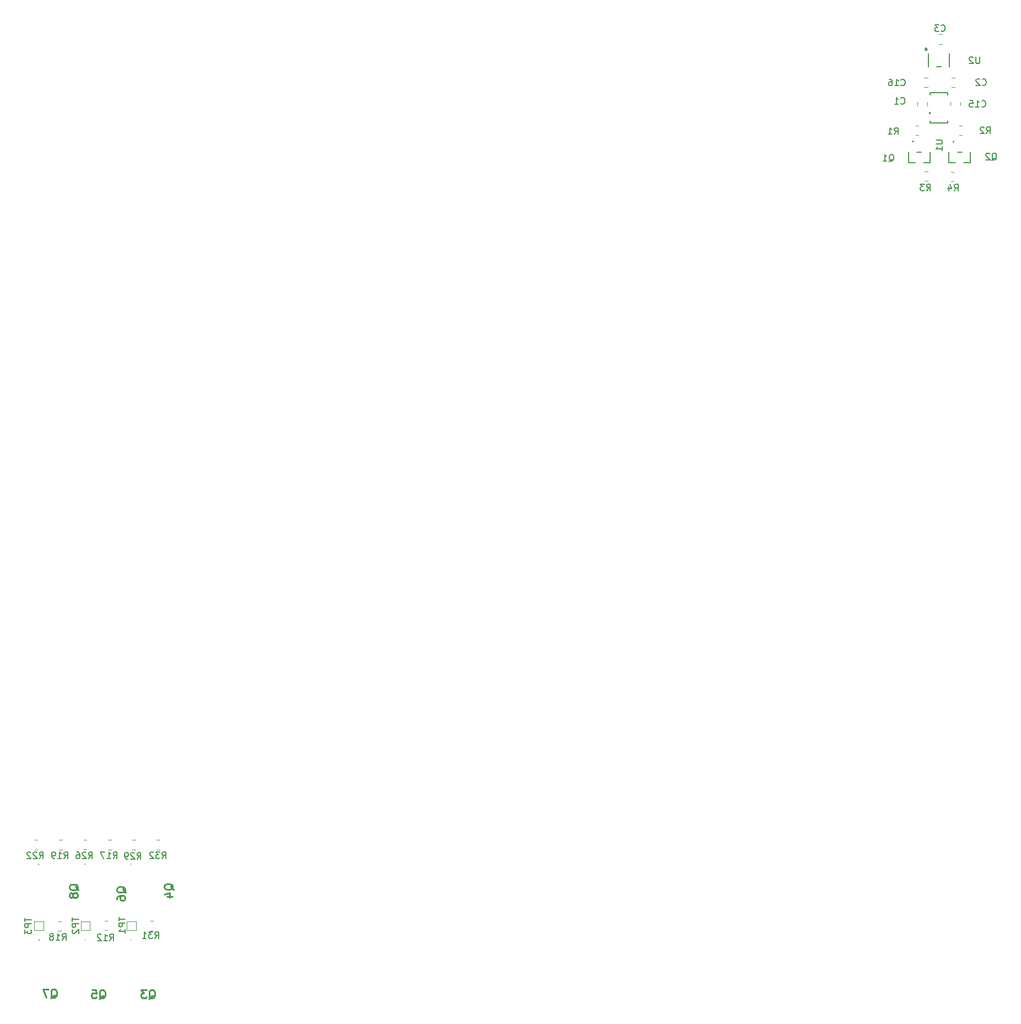
<source format=gbr>
%TF.GenerationSoftware,KiCad,Pcbnew,9.0.6*%
%TF.CreationDate,2025-12-17T16:52:13-05:00*%
%TF.ProjectId,HMS,484d532e-6b69-4636-9164-5f7063625858,rev?*%
%TF.SameCoordinates,Original*%
%TF.FileFunction,Legend,Bot*%
%TF.FilePolarity,Positive*%
%FSLAX46Y46*%
G04 Gerber Fmt 4.6, Leading zero omitted, Abs format (unit mm)*
G04 Created by KiCad (PCBNEW 9.0.6) date 2025-12-17 16:52:13*
%MOMM*%
%LPD*%
G01*
G04 APERTURE LIST*
%ADD10C,0.150000*%
%ADD11C,0.254000*%
%ADD12C,0.127000*%
%ADD13C,0.120000*%
%ADD14C,0.100000*%
%ADD15C,0.152400*%
%ADD16C,0.000000*%
G04 APERTURE END LIST*
D10*
X41992857Y-153904819D02*
X42326190Y-153428628D01*
X42564285Y-153904819D02*
X42564285Y-152904819D01*
X42564285Y-152904819D02*
X42183333Y-152904819D01*
X42183333Y-152904819D02*
X42088095Y-152952438D01*
X42088095Y-152952438D02*
X42040476Y-153000057D01*
X42040476Y-153000057D02*
X41992857Y-153095295D01*
X41992857Y-153095295D02*
X41992857Y-153238152D01*
X41992857Y-153238152D02*
X42040476Y-153333390D01*
X42040476Y-153333390D02*
X42088095Y-153381009D01*
X42088095Y-153381009D02*
X42183333Y-153428628D01*
X42183333Y-153428628D02*
X42564285Y-153428628D01*
X41659523Y-152904819D02*
X41040476Y-152904819D01*
X41040476Y-152904819D02*
X41373809Y-153285771D01*
X41373809Y-153285771D02*
X41230952Y-153285771D01*
X41230952Y-153285771D02*
X41135714Y-153333390D01*
X41135714Y-153333390D02*
X41088095Y-153381009D01*
X41088095Y-153381009D02*
X41040476Y-153476247D01*
X41040476Y-153476247D02*
X41040476Y-153714342D01*
X41040476Y-153714342D02*
X41088095Y-153809580D01*
X41088095Y-153809580D02*
X41135714Y-153857200D01*
X41135714Y-153857200D02*
X41230952Y-153904819D01*
X41230952Y-153904819D02*
X41516666Y-153904819D01*
X41516666Y-153904819D02*
X41611904Y-153857200D01*
X41611904Y-153857200D02*
X41659523Y-153809580D01*
X40659523Y-153000057D02*
X40611904Y-152952438D01*
X40611904Y-152952438D02*
X40516666Y-152904819D01*
X40516666Y-152904819D02*
X40278571Y-152904819D01*
X40278571Y-152904819D02*
X40183333Y-152952438D01*
X40183333Y-152952438D02*
X40135714Y-153000057D01*
X40135714Y-153000057D02*
X40088095Y-153095295D01*
X40088095Y-153095295D02*
X40088095Y-153190533D01*
X40088095Y-153190533D02*
X40135714Y-153333390D01*
X40135714Y-153333390D02*
X40707142Y-153904819D01*
X40707142Y-153904819D02*
X40088095Y-153904819D01*
X23147257Y-153921619D02*
X23480590Y-153445428D01*
X23718685Y-153921619D02*
X23718685Y-152921619D01*
X23718685Y-152921619D02*
X23337733Y-152921619D01*
X23337733Y-152921619D02*
X23242495Y-152969238D01*
X23242495Y-152969238D02*
X23194876Y-153016857D01*
X23194876Y-153016857D02*
X23147257Y-153112095D01*
X23147257Y-153112095D02*
X23147257Y-153254952D01*
X23147257Y-153254952D02*
X23194876Y-153350190D01*
X23194876Y-153350190D02*
X23242495Y-153397809D01*
X23242495Y-153397809D02*
X23337733Y-153445428D01*
X23337733Y-153445428D02*
X23718685Y-153445428D01*
X22766304Y-153016857D02*
X22718685Y-152969238D01*
X22718685Y-152969238D02*
X22623447Y-152921619D01*
X22623447Y-152921619D02*
X22385352Y-152921619D01*
X22385352Y-152921619D02*
X22290114Y-152969238D01*
X22290114Y-152969238D02*
X22242495Y-153016857D01*
X22242495Y-153016857D02*
X22194876Y-153112095D01*
X22194876Y-153112095D02*
X22194876Y-153207333D01*
X22194876Y-153207333D02*
X22242495Y-153350190D01*
X22242495Y-153350190D02*
X22813923Y-153921619D01*
X22813923Y-153921619D02*
X22194876Y-153921619D01*
X21813923Y-153016857D02*
X21766304Y-152969238D01*
X21766304Y-152969238D02*
X21671066Y-152921619D01*
X21671066Y-152921619D02*
X21432971Y-152921619D01*
X21432971Y-152921619D02*
X21337733Y-152969238D01*
X21337733Y-152969238D02*
X21290114Y-153016857D01*
X21290114Y-153016857D02*
X21242495Y-153112095D01*
X21242495Y-153112095D02*
X21242495Y-153207333D01*
X21242495Y-153207333D02*
X21290114Y-153350190D01*
X21290114Y-153350190D02*
X21861542Y-153921619D01*
X21861542Y-153921619D02*
X21242495Y-153921619D01*
D11*
X32320952Y-175445270D02*
X32441904Y-175384794D01*
X32441904Y-175384794D02*
X32562857Y-175263842D01*
X32562857Y-175263842D02*
X32744285Y-175082413D01*
X32744285Y-175082413D02*
X32865238Y-175021937D01*
X32865238Y-175021937D02*
X32986190Y-175021937D01*
X32925714Y-175324318D02*
X33046666Y-175263842D01*
X33046666Y-175263842D02*
X33167619Y-175142889D01*
X33167619Y-175142889D02*
X33228095Y-174900984D01*
X33228095Y-174900984D02*
X33228095Y-174477651D01*
X33228095Y-174477651D02*
X33167619Y-174235746D01*
X33167619Y-174235746D02*
X33046666Y-174114794D01*
X33046666Y-174114794D02*
X32925714Y-174054318D01*
X32925714Y-174054318D02*
X32683809Y-174054318D01*
X32683809Y-174054318D02*
X32562857Y-174114794D01*
X32562857Y-174114794D02*
X32441904Y-174235746D01*
X32441904Y-174235746D02*
X32381428Y-174477651D01*
X32381428Y-174477651D02*
X32381428Y-174900984D01*
X32381428Y-174900984D02*
X32441904Y-175142889D01*
X32441904Y-175142889D02*
X32562857Y-175263842D01*
X32562857Y-175263842D02*
X32683809Y-175324318D01*
X32683809Y-175324318D02*
X32925714Y-175324318D01*
X31232381Y-174054318D02*
X31837143Y-174054318D01*
X31837143Y-174054318D02*
X31897619Y-174659080D01*
X31897619Y-174659080D02*
X31837143Y-174598603D01*
X31837143Y-174598603D02*
X31716190Y-174538127D01*
X31716190Y-174538127D02*
X31413809Y-174538127D01*
X31413809Y-174538127D02*
X31292857Y-174598603D01*
X31292857Y-174598603D02*
X31232381Y-174659080D01*
X31232381Y-174659080D02*
X31171904Y-174780032D01*
X31171904Y-174780032D02*
X31171904Y-175082413D01*
X31171904Y-175082413D02*
X31232381Y-175203365D01*
X31232381Y-175203365D02*
X31292857Y-175263842D01*
X31292857Y-175263842D02*
X31413809Y-175324318D01*
X31413809Y-175324318D02*
X31716190Y-175324318D01*
X31716190Y-175324318D02*
X31837143Y-175263842D01*
X31837143Y-175263842D02*
X31897619Y-175203365D01*
D10*
X20904819Y-163038095D02*
X20904819Y-163609523D01*
X21904819Y-163323809D02*
X20904819Y-163323809D01*
X21904819Y-163942857D02*
X20904819Y-163942857D01*
X20904819Y-163942857D02*
X20904819Y-164323809D01*
X20904819Y-164323809D02*
X20952438Y-164419047D01*
X20952438Y-164419047D02*
X21000057Y-164466666D01*
X21000057Y-164466666D02*
X21095295Y-164514285D01*
X21095295Y-164514285D02*
X21238152Y-164514285D01*
X21238152Y-164514285D02*
X21333390Y-164466666D01*
X21333390Y-164466666D02*
X21381009Y-164419047D01*
X21381009Y-164419047D02*
X21428628Y-164323809D01*
X21428628Y-164323809D02*
X21428628Y-163942857D01*
X20904819Y-164847619D02*
X20904819Y-165466666D01*
X20904819Y-165466666D02*
X21285771Y-165133333D01*
X21285771Y-165133333D02*
X21285771Y-165276190D01*
X21285771Y-165276190D02*
X21333390Y-165371428D01*
X21333390Y-165371428D02*
X21381009Y-165419047D01*
X21381009Y-165419047D02*
X21476247Y-165466666D01*
X21476247Y-165466666D02*
X21714342Y-165466666D01*
X21714342Y-165466666D02*
X21809580Y-165419047D01*
X21809580Y-165419047D02*
X21857200Y-165371428D01*
X21857200Y-165371428D02*
X21904819Y-165276190D01*
X21904819Y-165276190D02*
X21904819Y-164990476D01*
X21904819Y-164990476D02*
X21857200Y-164895238D01*
X21857200Y-164895238D02*
X21809580Y-164847619D01*
X163716666Y-51404819D02*
X164049999Y-50928628D01*
X164288094Y-51404819D02*
X164288094Y-50404819D01*
X164288094Y-50404819D02*
X163907142Y-50404819D01*
X163907142Y-50404819D02*
X163811904Y-50452438D01*
X163811904Y-50452438D02*
X163764285Y-50500057D01*
X163764285Y-50500057D02*
X163716666Y-50595295D01*
X163716666Y-50595295D02*
X163716666Y-50738152D01*
X163716666Y-50738152D02*
X163764285Y-50833390D01*
X163764285Y-50833390D02*
X163811904Y-50881009D01*
X163811904Y-50881009D02*
X163907142Y-50928628D01*
X163907142Y-50928628D02*
X164288094Y-50928628D01*
X162859523Y-50738152D02*
X162859523Y-51404819D01*
X163097618Y-50357200D02*
X163335713Y-51071485D01*
X163335713Y-51071485D02*
X162716666Y-51071485D01*
X168666666Y-42604819D02*
X168999999Y-42128628D01*
X169238094Y-42604819D02*
X169238094Y-41604819D01*
X169238094Y-41604819D02*
X168857142Y-41604819D01*
X168857142Y-41604819D02*
X168761904Y-41652438D01*
X168761904Y-41652438D02*
X168714285Y-41700057D01*
X168714285Y-41700057D02*
X168666666Y-41795295D01*
X168666666Y-41795295D02*
X168666666Y-41938152D01*
X168666666Y-41938152D02*
X168714285Y-42033390D01*
X168714285Y-42033390D02*
X168761904Y-42081009D01*
X168761904Y-42081009D02*
X168857142Y-42128628D01*
X168857142Y-42128628D02*
X169238094Y-42128628D01*
X168285713Y-41700057D02*
X168238094Y-41652438D01*
X168238094Y-41652438D02*
X168142856Y-41604819D01*
X168142856Y-41604819D02*
X167904761Y-41604819D01*
X167904761Y-41604819D02*
X167809523Y-41652438D01*
X167809523Y-41652438D02*
X167761904Y-41700057D01*
X167761904Y-41700057D02*
X167714285Y-41795295D01*
X167714285Y-41795295D02*
X167714285Y-41890533D01*
X167714285Y-41890533D02*
X167761904Y-42033390D01*
X167761904Y-42033390D02*
X168333332Y-42604819D01*
X168333332Y-42604819D02*
X167714285Y-42604819D01*
X167611904Y-30854819D02*
X167611904Y-31664342D01*
X167611904Y-31664342D02*
X167564285Y-31759580D01*
X167564285Y-31759580D02*
X167516666Y-31807200D01*
X167516666Y-31807200D02*
X167421428Y-31854819D01*
X167421428Y-31854819D02*
X167230952Y-31854819D01*
X167230952Y-31854819D02*
X167135714Y-31807200D01*
X167135714Y-31807200D02*
X167088095Y-31759580D01*
X167088095Y-31759580D02*
X167040476Y-31664342D01*
X167040476Y-31664342D02*
X167040476Y-30854819D01*
X166611904Y-30950057D02*
X166564285Y-30902438D01*
X166564285Y-30902438D02*
X166469047Y-30854819D01*
X166469047Y-30854819D02*
X166230952Y-30854819D01*
X166230952Y-30854819D02*
X166135714Y-30902438D01*
X166135714Y-30902438D02*
X166088095Y-30950057D01*
X166088095Y-30950057D02*
X166040476Y-31045295D01*
X166040476Y-31045295D02*
X166040476Y-31140533D01*
X166040476Y-31140533D02*
X166088095Y-31283390D01*
X166088095Y-31283390D02*
X166659523Y-31854819D01*
X166659523Y-31854819D02*
X166040476Y-31854819D01*
X159195419Y-29641800D02*
X159433514Y-29641800D01*
X159338276Y-29403705D02*
X159433514Y-29641800D01*
X159433514Y-29641800D02*
X159338276Y-29879895D01*
X159623990Y-29498943D02*
X159433514Y-29641800D01*
X159433514Y-29641800D02*
X159623990Y-29784657D01*
X40892857Y-166154819D02*
X41226190Y-165678628D01*
X41464285Y-166154819D02*
X41464285Y-165154819D01*
X41464285Y-165154819D02*
X41083333Y-165154819D01*
X41083333Y-165154819D02*
X40988095Y-165202438D01*
X40988095Y-165202438D02*
X40940476Y-165250057D01*
X40940476Y-165250057D02*
X40892857Y-165345295D01*
X40892857Y-165345295D02*
X40892857Y-165488152D01*
X40892857Y-165488152D02*
X40940476Y-165583390D01*
X40940476Y-165583390D02*
X40988095Y-165631009D01*
X40988095Y-165631009D02*
X41083333Y-165678628D01*
X41083333Y-165678628D02*
X41464285Y-165678628D01*
X40559523Y-165154819D02*
X39940476Y-165154819D01*
X39940476Y-165154819D02*
X40273809Y-165535771D01*
X40273809Y-165535771D02*
X40130952Y-165535771D01*
X40130952Y-165535771D02*
X40035714Y-165583390D01*
X40035714Y-165583390D02*
X39988095Y-165631009D01*
X39988095Y-165631009D02*
X39940476Y-165726247D01*
X39940476Y-165726247D02*
X39940476Y-165964342D01*
X39940476Y-165964342D02*
X39988095Y-166059580D01*
X39988095Y-166059580D02*
X40035714Y-166107200D01*
X40035714Y-166107200D02*
X40130952Y-166154819D01*
X40130952Y-166154819D02*
X40416666Y-166154819D01*
X40416666Y-166154819D02*
X40511904Y-166107200D01*
X40511904Y-166107200D02*
X40559523Y-166059580D01*
X38988095Y-166154819D02*
X39559523Y-166154819D01*
X39273809Y-166154819D02*
X39273809Y-165154819D01*
X39273809Y-165154819D02*
X39369047Y-165297676D01*
X39369047Y-165297676D02*
X39464285Y-165392914D01*
X39464285Y-165392914D02*
X39559523Y-165440533D01*
X168016666Y-35109580D02*
X168064285Y-35157200D01*
X168064285Y-35157200D02*
X168207142Y-35204819D01*
X168207142Y-35204819D02*
X168302380Y-35204819D01*
X168302380Y-35204819D02*
X168445237Y-35157200D01*
X168445237Y-35157200D02*
X168540475Y-35061961D01*
X168540475Y-35061961D02*
X168588094Y-34966723D01*
X168588094Y-34966723D02*
X168635713Y-34776247D01*
X168635713Y-34776247D02*
X168635713Y-34633390D01*
X168635713Y-34633390D02*
X168588094Y-34442914D01*
X168588094Y-34442914D02*
X168540475Y-34347676D01*
X168540475Y-34347676D02*
X168445237Y-34252438D01*
X168445237Y-34252438D02*
X168302380Y-34204819D01*
X168302380Y-34204819D02*
X168207142Y-34204819D01*
X168207142Y-34204819D02*
X168064285Y-34252438D01*
X168064285Y-34252438D02*
X168016666Y-34300057D01*
X167635713Y-34300057D02*
X167588094Y-34252438D01*
X167588094Y-34252438D02*
X167492856Y-34204819D01*
X167492856Y-34204819D02*
X167254761Y-34204819D01*
X167254761Y-34204819D02*
X167159523Y-34252438D01*
X167159523Y-34252438D02*
X167111904Y-34300057D01*
X167111904Y-34300057D02*
X167064285Y-34395295D01*
X167064285Y-34395295D02*
X167064285Y-34490533D01*
X167064285Y-34490533D02*
X167111904Y-34633390D01*
X167111904Y-34633390D02*
X167683332Y-35204819D01*
X167683332Y-35204819D02*
X167064285Y-35204819D01*
X38142857Y-154004819D02*
X38476190Y-153528628D01*
X38714285Y-154004819D02*
X38714285Y-153004819D01*
X38714285Y-153004819D02*
X38333333Y-153004819D01*
X38333333Y-153004819D02*
X38238095Y-153052438D01*
X38238095Y-153052438D02*
X38190476Y-153100057D01*
X38190476Y-153100057D02*
X38142857Y-153195295D01*
X38142857Y-153195295D02*
X38142857Y-153338152D01*
X38142857Y-153338152D02*
X38190476Y-153433390D01*
X38190476Y-153433390D02*
X38238095Y-153481009D01*
X38238095Y-153481009D02*
X38333333Y-153528628D01*
X38333333Y-153528628D02*
X38714285Y-153528628D01*
X37761904Y-153100057D02*
X37714285Y-153052438D01*
X37714285Y-153052438D02*
X37619047Y-153004819D01*
X37619047Y-153004819D02*
X37380952Y-153004819D01*
X37380952Y-153004819D02*
X37285714Y-153052438D01*
X37285714Y-153052438D02*
X37238095Y-153100057D01*
X37238095Y-153100057D02*
X37190476Y-153195295D01*
X37190476Y-153195295D02*
X37190476Y-153290533D01*
X37190476Y-153290533D02*
X37238095Y-153433390D01*
X37238095Y-153433390D02*
X37809523Y-154004819D01*
X37809523Y-154004819D02*
X37190476Y-154004819D01*
X36714285Y-154004819D02*
X36523809Y-154004819D01*
X36523809Y-154004819D02*
X36428571Y-153957200D01*
X36428571Y-153957200D02*
X36380952Y-153909580D01*
X36380952Y-153909580D02*
X36285714Y-153766723D01*
X36285714Y-153766723D02*
X36238095Y-153576247D01*
X36238095Y-153576247D02*
X36238095Y-153195295D01*
X36238095Y-153195295D02*
X36285714Y-153100057D01*
X36285714Y-153100057D02*
X36333333Y-153052438D01*
X36333333Y-153052438D02*
X36428571Y-153004819D01*
X36428571Y-153004819D02*
X36619047Y-153004819D01*
X36619047Y-153004819D02*
X36714285Y-153052438D01*
X36714285Y-153052438D02*
X36761904Y-153100057D01*
X36761904Y-153100057D02*
X36809523Y-153195295D01*
X36809523Y-153195295D02*
X36809523Y-153433390D01*
X36809523Y-153433390D02*
X36761904Y-153528628D01*
X36761904Y-153528628D02*
X36714285Y-153576247D01*
X36714285Y-153576247D02*
X36619047Y-153623866D01*
X36619047Y-153623866D02*
X36428571Y-153623866D01*
X36428571Y-153623866D02*
X36333333Y-153576247D01*
X36333333Y-153576247D02*
X36285714Y-153528628D01*
X36285714Y-153528628D02*
X36238095Y-153433390D01*
X28204819Y-162988095D02*
X28204819Y-163559523D01*
X29204819Y-163273809D02*
X28204819Y-163273809D01*
X29204819Y-163892857D02*
X28204819Y-163892857D01*
X28204819Y-163892857D02*
X28204819Y-164273809D01*
X28204819Y-164273809D02*
X28252438Y-164369047D01*
X28252438Y-164369047D02*
X28300057Y-164416666D01*
X28300057Y-164416666D02*
X28395295Y-164464285D01*
X28395295Y-164464285D02*
X28538152Y-164464285D01*
X28538152Y-164464285D02*
X28633390Y-164416666D01*
X28633390Y-164416666D02*
X28681009Y-164369047D01*
X28681009Y-164369047D02*
X28728628Y-164273809D01*
X28728628Y-164273809D02*
X28728628Y-163892857D01*
X28300057Y-164845238D02*
X28252438Y-164892857D01*
X28252438Y-164892857D02*
X28204819Y-164988095D01*
X28204819Y-164988095D02*
X28204819Y-165226190D01*
X28204819Y-165226190D02*
X28252438Y-165321428D01*
X28252438Y-165321428D02*
X28300057Y-165369047D01*
X28300057Y-165369047D02*
X28395295Y-165416666D01*
X28395295Y-165416666D02*
X28490533Y-165416666D01*
X28490533Y-165416666D02*
X28633390Y-165369047D01*
X28633390Y-165369047D02*
X29204819Y-164797619D01*
X29204819Y-164797619D02*
X29204819Y-165416666D01*
X26642857Y-166454819D02*
X26976190Y-165978628D01*
X27214285Y-166454819D02*
X27214285Y-165454819D01*
X27214285Y-165454819D02*
X26833333Y-165454819D01*
X26833333Y-165454819D02*
X26738095Y-165502438D01*
X26738095Y-165502438D02*
X26690476Y-165550057D01*
X26690476Y-165550057D02*
X26642857Y-165645295D01*
X26642857Y-165645295D02*
X26642857Y-165788152D01*
X26642857Y-165788152D02*
X26690476Y-165883390D01*
X26690476Y-165883390D02*
X26738095Y-165931009D01*
X26738095Y-165931009D02*
X26833333Y-165978628D01*
X26833333Y-165978628D02*
X27214285Y-165978628D01*
X25690476Y-166454819D02*
X26261904Y-166454819D01*
X25976190Y-166454819D02*
X25976190Y-165454819D01*
X25976190Y-165454819D02*
X26071428Y-165597676D01*
X26071428Y-165597676D02*
X26166666Y-165692914D01*
X26166666Y-165692914D02*
X26261904Y-165740533D01*
X25119047Y-165883390D02*
X25214285Y-165835771D01*
X25214285Y-165835771D02*
X25261904Y-165788152D01*
X25261904Y-165788152D02*
X25309523Y-165692914D01*
X25309523Y-165692914D02*
X25309523Y-165645295D01*
X25309523Y-165645295D02*
X25261904Y-165550057D01*
X25261904Y-165550057D02*
X25214285Y-165502438D01*
X25214285Y-165502438D02*
X25119047Y-165454819D01*
X25119047Y-165454819D02*
X24928571Y-165454819D01*
X24928571Y-165454819D02*
X24833333Y-165502438D01*
X24833333Y-165502438D02*
X24785714Y-165550057D01*
X24785714Y-165550057D02*
X24738095Y-165645295D01*
X24738095Y-165645295D02*
X24738095Y-165692914D01*
X24738095Y-165692914D02*
X24785714Y-165788152D01*
X24785714Y-165788152D02*
X24833333Y-165835771D01*
X24833333Y-165835771D02*
X24928571Y-165883390D01*
X24928571Y-165883390D02*
X25119047Y-165883390D01*
X25119047Y-165883390D02*
X25214285Y-165931009D01*
X25214285Y-165931009D02*
X25261904Y-165978628D01*
X25261904Y-165978628D02*
X25309523Y-166073866D01*
X25309523Y-166073866D02*
X25309523Y-166264342D01*
X25309523Y-166264342D02*
X25261904Y-166359580D01*
X25261904Y-166359580D02*
X25214285Y-166407200D01*
X25214285Y-166407200D02*
X25119047Y-166454819D01*
X25119047Y-166454819D02*
X24928571Y-166454819D01*
X24928571Y-166454819D02*
X24833333Y-166407200D01*
X24833333Y-166407200D02*
X24785714Y-166359580D01*
X24785714Y-166359580D02*
X24738095Y-166264342D01*
X24738095Y-166264342D02*
X24738095Y-166073866D01*
X24738095Y-166073866D02*
X24785714Y-165978628D01*
X24785714Y-165978628D02*
X24833333Y-165931009D01*
X24833333Y-165931009D02*
X24928571Y-165883390D01*
X154516666Y-42704819D02*
X154849999Y-42228628D01*
X155088094Y-42704819D02*
X155088094Y-41704819D01*
X155088094Y-41704819D02*
X154707142Y-41704819D01*
X154707142Y-41704819D02*
X154611904Y-41752438D01*
X154611904Y-41752438D02*
X154564285Y-41800057D01*
X154564285Y-41800057D02*
X154516666Y-41895295D01*
X154516666Y-41895295D02*
X154516666Y-42038152D01*
X154516666Y-42038152D02*
X154564285Y-42133390D01*
X154564285Y-42133390D02*
X154611904Y-42181009D01*
X154611904Y-42181009D02*
X154707142Y-42228628D01*
X154707142Y-42228628D02*
X155088094Y-42228628D01*
X153564285Y-42704819D02*
X154135713Y-42704819D01*
X153849999Y-42704819D02*
X153849999Y-41704819D01*
X153849999Y-41704819D02*
X153945237Y-41847676D01*
X153945237Y-41847676D02*
X154040475Y-41942914D01*
X154040475Y-41942914D02*
X154135713Y-41990533D01*
X30692857Y-153904819D02*
X31026190Y-153428628D01*
X31264285Y-153904819D02*
X31264285Y-152904819D01*
X31264285Y-152904819D02*
X30883333Y-152904819D01*
X30883333Y-152904819D02*
X30788095Y-152952438D01*
X30788095Y-152952438D02*
X30740476Y-153000057D01*
X30740476Y-153000057D02*
X30692857Y-153095295D01*
X30692857Y-153095295D02*
X30692857Y-153238152D01*
X30692857Y-153238152D02*
X30740476Y-153333390D01*
X30740476Y-153333390D02*
X30788095Y-153381009D01*
X30788095Y-153381009D02*
X30883333Y-153428628D01*
X30883333Y-153428628D02*
X31264285Y-153428628D01*
X30311904Y-153000057D02*
X30264285Y-152952438D01*
X30264285Y-152952438D02*
X30169047Y-152904819D01*
X30169047Y-152904819D02*
X29930952Y-152904819D01*
X29930952Y-152904819D02*
X29835714Y-152952438D01*
X29835714Y-152952438D02*
X29788095Y-153000057D01*
X29788095Y-153000057D02*
X29740476Y-153095295D01*
X29740476Y-153095295D02*
X29740476Y-153190533D01*
X29740476Y-153190533D02*
X29788095Y-153333390D01*
X29788095Y-153333390D02*
X30359523Y-153904819D01*
X30359523Y-153904819D02*
X29740476Y-153904819D01*
X28883333Y-152904819D02*
X29073809Y-152904819D01*
X29073809Y-152904819D02*
X29169047Y-152952438D01*
X29169047Y-152952438D02*
X29216666Y-153000057D01*
X29216666Y-153000057D02*
X29311904Y-153142914D01*
X29311904Y-153142914D02*
X29359523Y-153333390D01*
X29359523Y-153333390D02*
X29359523Y-153714342D01*
X29359523Y-153714342D02*
X29311904Y-153809580D01*
X29311904Y-153809580D02*
X29264285Y-153857200D01*
X29264285Y-153857200D02*
X29169047Y-153904819D01*
X29169047Y-153904819D02*
X28978571Y-153904819D01*
X28978571Y-153904819D02*
X28883333Y-153857200D01*
X28883333Y-153857200D02*
X28835714Y-153809580D01*
X28835714Y-153809580D02*
X28788095Y-153714342D01*
X28788095Y-153714342D02*
X28788095Y-153476247D01*
X28788095Y-153476247D02*
X28835714Y-153381009D01*
X28835714Y-153381009D02*
X28883333Y-153333390D01*
X28883333Y-153333390D02*
X28978571Y-153285771D01*
X28978571Y-153285771D02*
X29169047Y-153285771D01*
X29169047Y-153285771D02*
X29264285Y-153333390D01*
X29264285Y-153333390D02*
X29311904Y-153381009D01*
X29311904Y-153381009D02*
X29359523Y-153476247D01*
D11*
X36437470Y-159179047D02*
X36376994Y-159058095D01*
X36376994Y-159058095D02*
X36256042Y-158937142D01*
X36256042Y-158937142D02*
X36074613Y-158755714D01*
X36074613Y-158755714D02*
X36014137Y-158634761D01*
X36014137Y-158634761D02*
X36014137Y-158513809D01*
X36316518Y-158574285D02*
X36256042Y-158453333D01*
X36256042Y-158453333D02*
X36135089Y-158332380D01*
X36135089Y-158332380D02*
X35893184Y-158271904D01*
X35893184Y-158271904D02*
X35469851Y-158271904D01*
X35469851Y-158271904D02*
X35227946Y-158332380D01*
X35227946Y-158332380D02*
X35106994Y-158453333D01*
X35106994Y-158453333D02*
X35046518Y-158574285D01*
X35046518Y-158574285D02*
X35046518Y-158816190D01*
X35046518Y-158816190D02*
X35106994Y-158937142D01*
X35106994Y-158937142D02*
X35227946Y-159058095D01*
X35227946Y-159058095D02*
X35469851Y-159118571D01*
X35469851Y-159118571D02*
X35893184Y-159118571D01*
X35893184Y-159118571D02*
X36135089Y-159058095D01*
X36135089Y-159058095D02*
X36256042Y-158937142D01*
X36256042Y-158937142D02*
X36316518Y-158816190D01*
X36316518Y-158816190D02*
X36316518Y-158574285D01*
X35046518Y-160207142D02*
X35046518Y-159965237D01*
X35046518Y-159965237D02*
X35106994Y-159844285D01*
X35106994Y-159844285D02*
X35167470Y-159783809D01*
X35167470Y-159783809D02*
X35348899Y-159662856D01*
X35348899Y-159662856D02*
X35590803Y-159602380D01*
X35590803Y-159602380D02*
X36074613Y-159602380D01*
X36074613Y-159602380D02*
X36195565Y-159662856D01*
X36195565Y-159662856D02*
X36256042Y-159723333D01*
X36256042Y-159723333D02*
X36316518Y-159844285D01*
X36316518Y-159844285D02*
X36316518Y-160086190D01*
X36316518Y-160086190D02*
X36256042Y-160207142D01*
X36256042Y-160207142D02*
X36195565Y-160267618D01*
X36195565Y-160267618D02*
X36074613Y-160328095D01*
X36074613Y-160328095D02*
X35772232Y-160328095D01*
X35772232Y-160328095D02*
X35651280Y-160267618D01*
X35651280Y-160267618D02*
X35590803Y-160207142D01*
X35590803Y-160207142D02*
X35530327Y-160086190D01*
X35530327Y-160086190D02*
X35530327Y-159844285D01*
X35530327Y-159844285D02*
X35590803Y-159723333D01*
X35590803Y-159723333D02*
X35651280Y-159662856D01*
X35651280Y-159662856D02*
X35772232Y-159602380D01*
D10*
X26942857Y-153904819D02*
X27276190Y-153428628D01*
X27514285Y-153904819D02*
X27514285Y-152904819D01*
X27514285Y-152904819D02*
X27133333Y-152904819D01*
X27133333Y-152904819D02*
X27038095Y-152952438D01*
X27038095Y-152952438D02*
X26990476Y-153000057D01*
X26990476Y-153000057D02*
X26942857Y-153095295D01*
X26942857Y-153095295D02*
X26942857Y-153238152D01*
X26942857Y-153238152D02*
X26990476Y-153333390D01*
X26990476Y-153333390D02*
X27038095Y-153381009D01*
X27038095Y-153381009D02*
X27133333Y-153428628D01*
X27133333Y-153428628D02*
X27514285Y-153428628D01*
X25990476Y-153904819D02*
X26561904Y-153904819D01*
X26276190Y-153904819D02*
X26276190Y-152904819D01*
X26276190Y-152904819D02*
X26371428Y-153047676D01*
X26371428Y-153047676D02*
X26466666Y-153142914D01*
X26466666Y-153142914D02*
X26561904Y-153190533D01*
X25514285Y-153904819D02*
X25323809Y-153904819D01*
X25323809Y-153904819D02*
X25228571Y-153857200D01*
X25228571Y-153857200D02*
X25180952Y-153809580D01*
X25180952Y-153809580D02*
X25085714Y-153666723D01*
X25085714Y-153666723D02*
X25038095Y-153476247D01*
X25038095Y-153476247D02*
X25038095Y-153095295D01*
X25038095Y-153095295D02*
X25085714Y-153000057D01*
X25085714Y-153000057D02*
X25133333Y-152952438D01*
X25133333Y-152952438D02*
X25228571Y-152904819D01*
X25228571Y-152904819D02*
X25419047Y-152904819D01*
X25419047Y-152904819D02*
X25514285Y-152952438D01*
X25514285Y-152952438D02*
X25561904Y-153000057D01*
X25561904Y-153000057D02*
X25609523Y-153095295D01*
X25609523Y-153095295D02*
X25609523Y-153333390D01*
X25609523Y-153333390D02*
X25561904Y-153428628D01*
X25561904Y-153428628D02*
X25514285Y-153476247D01*
X25514285Y-153476247D02*
X25419047Y-153523866D01*
X25419047Y-153523866D02*
X25228571Y-153523866D01*
X25228571Y-153523866D02*
X25133333Y-153476247D01*
X25133333Y-153476247D02*
X25085714Y-153428628D01*
X25085714Y-153428628D02*
X25038095Y-153333390D01*
X155542857Y-35159580D02*
X155590476Y-35207200D01*
X155590476Y-35207200D02*
X155733333Y-35254819D01*
X155733333Y-35254819D02*
X155828571Y-35254819D01*
X155828571Y-35254819D02*
X155971428Y-35207200D01*
X155971428Y-35207200D02*
X156066666Y-35111961D01*
X156066666Y-35111961D02*
X156114285Y-35016723D01*
X156114285Y-35016723D02*
X156161904Y-34826247D01*
X156161904Y-34826247D02*
X156161904Y-34683390D01*
X156161904Y-34683390D02*
X156114285Y-34492914D01*
X156114285Y-34492914D02*
X156066666Y-34397676D01*
X156066666Y-34397676D02*
X155971428Y-34302438D01*
X155971428Y-34302438D02*
X155828571Y-34254819D01*
X155828571Y-34254819D02*
X155733333Y-34254819D01*
X155733333Y-34254819D02*
X155590476Y-34302438D01*
X155590476Y-34302438D02*
X155542857Y-34350057D01*
X154590476Y-35254819D02*
X155161904Y-35254819D01*
X154876190Y-35254819D02*
X154876190Y-34254819D01*
X154876190Y-34254819D02*
X154971428Y-34397676D01*
X154971428Y-34397676D02*
X155066666Y-34492914D01*
X155066666Y-34492914D02*
X155161904Y-34540533D01*
X153733333Y-34254819D02*
X153923809Y-34254819D01*
X153923809Y-34254819D02*
X154019047Y-34302438D01*
X154019047Y-34302438D02*
X154066666Y-34350057D01*
X154066666Y-34350057D02*
X154161904Y-34492914D01*
X154161904Y-34492914D02*
X154209523Y-34683390D01*
X154209523Y-34683390D02*
X154209523Y-35064342D01*
X154209523Y-35064342D02*
X154161904Y-35159580D01*
X154161904Y-35159580D02*
X154114285Y-35207200D01*
X154114285Y-35207200D02*
X154019047Y-35254819D01*
X154019047Y-35254819D02*
X153828571Y-35254819D01*
X153828571Y-35254819D02*
X153733333Y-35207200D01*
X153733333Y-35207200D02*
X153685714Y-35159580D01*
X153685714Y-35159580D02*
X153638095Y-35064342D01*
X153638095Y-35064342D02*
X153638095Y-34826247D01*
X153638095Y-34826247D02*
X153685714Y-34731009D01*
X153685714Y-34731009D02*
X153733333Y-34683390D01*
X153733333Y-34683390D02*
X153828571Y-34635771D01*
X153828571Y-34635771D02*
X154019047Y-34635771D01*
X154019047Y-34635771D02*
X154114285Y-34683390D01*
X154114285Y-34683390D02*
X154161904Y-34731009D01*
X154161904Y-34731009D02*
X154209523Y-34826247D01*
X33942857Y-166504819D02*
X34276190Y-166028628D01*
X34514285Y-166504819D02*
X34514285Y-165504819D01*
X34514285Y-165504819D02*
X34133333Y-165504819D01*
X34133333Y-165504819D02*
X34038095Y-165552438D01*
X34038095Y-165552438D02*
X33990476Y-165600057D01*
X33990476Y-165600057D02*
X33942857Y-165695295D01*
X33942857Y-165695295D02*
X33942857Y-165838152D01*
X33942857Y-165838152D02*
X33990476Y-165933390D01*
X33990476Y-165933390D02*
X34038095Y-165981009D01*
X34038095Y-165981009D02*
X34133333Y-166028628D01*
X34133333Y-166028628D02*
X34514285Y-166028628D01*
X32990476Y-166504819D02*
X33561904Y-166504819D01*
X33276190Y-166504819D02*
X33276190Y-165504819D01*
X33276190Y-165504819D02*
X33371428Y-165647676D01*
X33371428Y-165647676D02*
X33466666Y-165742914D01*
X33466666Y-165742914D02*
X33561904Y-165790533D01*
X32609523Y-165600057D02*
X32561904Y-165552438D01*
X32561904Y-165552438D02*
X32466666Y-165504819D01*
X32466666Y-165504819D02*
X32228571Y-165504819D01*
X32228571Y-165504819D02*
X32133333Y-165552438D01*
X32133333Y-165552438D02*
X32085714Y-165600057D01*
X32085714Y-165600057D02*
X32038095Y-165695295D01*
X32038095Y-165695295D02*
X32038095Y-165790533D01*
X32038095Y-165790533D02*
X32085714Y-165933390D01*
X32085714Y-165933390D02*
X32657142Y-166504819D01*
X32657142Y-166504819D02*
X32038095Y-166504819D01*
D11*
X29145270Y-158779047D02*
X29084794Y-158658095D01*
X29084794Y-158658095D02*
X28963842Y-158537142D01*
X28963842Y-158537142D02*
X28782413Y-158355714D01*
X28782413Y-158355714D02*
X28721937Y-158234761D01*
X28721937Y-158234761D02*
X28721937Y-158113809D01*
X29024318Y-158174285D02*
X28963842Y-158053333D01*
X28963842Y-158053333D02*
X28842889Y-157932380D01*
X28842889Y-157932380D02*
X28600984Y-157871904D01*
X28600984Y-157871904D02*
X28177651Y-157871904D01*
X28177651Y-157871904D02*
X27935746Y-157932380D01*
X27935746Y-157932380D02*
X27814794Y-158053333D01*
X27814794Y-158053333D02*
X27754318Y-158174285D01*
X27754318Y-158174285D02*
X27754318Y-158416190D01*
X27754318Y-158416190D02*
X27814794Y-158537142D01*
X27814794Y-158537142D02*
X27935746Y-158658095D01*
X27935746Y-158658095D02*
X28177651Y-158718571D01*
X28177651Y-158718571D02*
X28600984Y-158718571D01*
X28600984Y-158718571D02*
X28842889Y-158658095D01*
X28842889Y-158658095D02*
X28963842Y-158537142D01*
X28963842Y-158537142D02*
X29024318Y-158416190D01*
X29024318Y-158416190D02*
X29024318Y-158174285D01*
X28298603Y-159444285D02*
X28238127Y-159323333D01*
X28238127Y-159323333D02*
X28177651Y-159262856D01*
X28177651Y-159262856D02*
X28056699Y-159202380D01*
X28056699Y-159202380D02*
X27996222Y-159202380D01*
X27996222Y-159202380D02*
X27875270Y-159262856D01*
X27875270Y-159262856D02*
X27814794Y-159323333D01*
X27814794Y-159323333D02*
X27754318Y-159444285D01*
X27754318Y-159444285D02*
X27754318Y-159686190D01*
X27754318Y-159686190D02*
X27814794Y-159807142D01*
X27814794Y-159807142D02*
X27875270Y-159867618D01*
X27875270Y-159867618D02*
X27996222Y-159928095D01*
X27996222Y-159928095D02*
X28056699Y-159928095D01*
X28056699Y-159928095D02*
X28177651Y-159867618D01*
X28177651Y-159867618D02*
X28238127Y-159807142D01*
X28238127Y-159807142D02*
X28298603Y-159686190D01*
X28298603Y-159686190D02*
X28298603Y-159444285D01*
X28298603Y-159444285D02*
X28359080Y-159323333D01*
X28359080Y-159323333D02*
X28419556Y-159262856D01*
X28419556Y-159262856D02*
X28540508Y-159202380D01*
X28540508Y-159202380D02*
X28782413Y-159202380D01*
X28782413Y-159202380D02*
X28903365Y-159262856D01*
X28903365Y-159262856D02*
X28963842Y-159323333D01*
X28963842Y-159323333D02*
X29024318Y-159444285D01*
X29024318Y-159444285D02*
X29024318Y-159686190D01*
X29024318Y-159686190D02*
X28963842Y-159807142D01*
X28963842Y-159807142D02*
X28903365Y-159867618D01*
X28903365Y-159867618D02*
X28782413Y-159928095D01*
X28782413Y-159928095D02*
X28540508Y-159928095D01*
X28540508Y-159928095D02*
X28419556Y-159867618D01*
X28419556Y-159867618D02*
X28359080Y-159807142D01*
X28359080Y-159807142D02*
X28298603Y-159686190D01*
D10*
X159466666Y-51354819D02*
X159799999Y-50878628D01*
X160038094Y-51354819D02*
X160038094Y-50354819D01*
X160038094Y-50354819D02*
X159657142Y-50354819D01*
X159657142Y-50354819D02*
X159561904Y-50402438D01*
X159561904Y-50402438D02*
X159514285Y-50450057D01*
X159514285Y-50450057D02*
X159466666Y-50545295D01*
X159466666Y-50545295D02*
X159466666Y-50688152D01*
X159466666Y-50688152D02*
X159514285Y-50783390D01*
X159514285Y-50783390D02*
X159561904Y-50831009D01*
X159561904Y-50831009D02*
X159657142Y-50878628D01*
X159657142Y-50878628D02*
X160038094Y-50878628D01*
X159133332Y-50354819D02*
X158514285Y-50354819D01*
X158514285Y-50354819D02*
X158847618Y-50735771D01*
X158847618Y-50735771D02*
X158704761Y-50735771D01*
X158704761Y-50735771D02*
X158609523Y-50783390D01*
X158609523Y-50783390D02*
X158561904Y-50831009D01*
X158561904Y-50831009D02*
X158514285Y-50926247D01*
X158514285Y-50926247D02*
X158514285Y-51164342D01*
X158514285Y-51164342D02*
X158561904Y-51259580D01*
X158561904Y-51259580D02*
X158609523Y-51307200D01*
X158609523Y-51307200D02*
X158704761Y-51354819D01*
X158704761Y-51354819D02*
X158990475Y-51354819D01*
X158990475Y-51354819D02*
X159085713Y-51307200D01*
X159085713Y-51307200D02*
X159133332Y-51259580D01*
D11*
X39948152Y-175447270D02*
X40069104Y-175386794D01*
X40069104Y-175386794D02*
X40190057Y-175265842D01*
X40190057Y-175265842D02*
X40371485Y-175084413D01*
X40371485Y-175084413D02*
X40492438Y-175023937D01*
X40492438Y-175023937D02*
X40613390Y-175023937D01*
X40552914Y-175326318D02*
X40673866Y-175265842D01*
X40673866Y-175265842D02*
X40794819Y-175144889D01*
X40794819Y-175144889D02*
X40855295Y-174902984D01*
X40855295Y-174902984D02*
X40855295Y-174479651D01*
X40855295Y-174479651D02*
X40794819Y-174237746D01*
X40794819Y-174237746D02*
X40673866Y-174116794D01*
X40673866Y-174116794D02*
X40552914Y-174056318D01*
X40552914Y-174056318D02*
X40311009Y-174056318D01*
X40311009Y-174056318D02*
X40190057Y-174116794D01*
X40190057Y-174116794D02*
X40069104Y-174237746D01*
X40069104Y-174237746D02*
X40008628Y-174479651D01*
X40008628Y-174479651D02*
X40008628Y-174902984D01*
X40008628Y-174902984D02*
X40069104Y-175144889D01*
X40069104Y-175144889D02*
X40190057Y-175265842D01*
X40190057Y-175265842D02*
X40311009Y-175326318D01*
X40311009Y-175326318D02*
X40552914Y-175326318D01*
X39585295Y-174056318D02*
X38799104Y-174056318D01*
X38799104Y-174056318D02*
X39222438Y-174540127D01*
X39222438Y-174540127D02*
X39041009Y-174540127D01*
X39041009Y-174540127D02*
X38920057Y-174600603D01*
X38920057Y-174600603D02*
X38859581Y-174661080D01*
X38859581Y-174661080D02*
X38799104Y-174782032D01*
X38799104Y-174782032D02*
X38799104Y-175084413D01*
X38799104Y-175084413D02*
X38859581Y-175205365D01*
X38859581Y-175205365D02*
X38920057Y-175265842D01*
X38920057Y-175265842D02*
X39041009Y-175326318D01*
X39041009Y-175326318D02*
X39403866Y-175326318D01*
X39403866Y-175326318D02*
X39524819Y-175265842D01*
X39524819Y-175265842D02*
X39585295Y-175205365D01*
D10*
X153695238Y-46900057D02*
X153790476Y-46852438D01*
X153790476Y-46852438D02*
X153885714Y-46757200D01*
X153885714Y-46757200D02*
X154028571Y-46614342D01*
X154028571Y-46614342D02*
X154123809Y-46566723D01*
X154123809Y-46566723D02*
X154219047Y-46566723D01*
X154171428Y-46804819D02*
X154266666Y-46757200D01*
X154266666Y-46757200D02*
X154361904Y-46661961D01*
X154361904Y-46661961D02*
X154409523Y-46471485D01*
X154409523Y-46471485D02*
X154409523Y-46138152D01*
X154409523Y-46138152D02*
X154361904Y-45947676D01*
X154361904Y-45947676D02*
X154266666Y-45852438D01*
X154266666Y-45852438D02*
X154171428Y-45804819D01*
X154171428Y-45804819D02*
X153980952Y-45804819D01*
X153980952Y-45804819D02*
X153885714Y-45852438D01*
X153885714Y-45852438D02*
X153790476Y-45947676D01*
X153790476Y-45947676D02*
X153742857Y-46138152D01*
X153742857Y-46138152D02*
X153742857Y-46471485D01*
X153742857Y-46471485D02*
X153790476Y-46661961D01*
X153790476Y-46661961D02*
X153885714Y-46757200D01*
X153885714Y-46757200D02*
X153980952Y-46804819D01*
X153980952Y-46804819D02*
X154171428Y-46804819D01*
X152790476Y-46804819D02*
X153361904Y-46804819D01*
X153076190Y-46804819D02*
X153076190Y-45804819D01*
X153076190Y-45804819D02*
X153171428Y-45947676D01*
X153171428Y-45947676D02*
X153266666Y-46042914D01*
X153266666Y-46042914D02*
X153361904Y-46090533D01*
X160904819Y-43638095D02*
X161714342Y-43638095D01*
X161714342Y-43638095D02*
X161809580Y-43685714D01*
X161809580Y-43685714D02*
X161857200Y-43733333D01*
X161857200Y-43733333D02*
X161904819Y-43828571D01*
X161904819Y-43828571D02*
X161904819Y-44019047D01*
X161904819Y-44019047D02*
X161857200Y-44114285D01*
X161857200Y-44114285D02*
X161809580Y-44161904D01*
X161809580Y-44161904D02*
X161714342Y-44209523D01*
X161714342Y-44209523D02*
X160904819Y-44209523D01*
X161904819Y-45209523D02*
X161904819Y-44638095D01*
X161904819Y-44923809D02*
X160904819Y-44923809D01*
X160904819Y-44923809D02*
X161047676Y-44828571D01*
X161047676Y-44828571D02*
X161142914Y-44733333D01*
X161142914Y-44733333D02*
X161190533Y-44638095D01*
X155516666Y-37959580D02*
X155564285Y-38007200D01*
X155564285Y-38007200D02*
X155707142Y-38054819D01*
X155707142Y-38054819D02*
X155802380Y-38054819D01*
X155802380Y-38054819D02*
X155945237Y-38007200D01*
X155945237Y-38007200D02*
X156040475Y-37911961D01*
X156040475Y-37911961D02*
X156088094Y-37816723D01*
X156088094Y-37816723D02*
X156135713Y-37626247D01*
X156135713Y-37626247D02*
X156135713Y-37483390D01*
X156135713Y-37483390D02*
X156088094Y-37292914D01*
X156088094Y-37292914D02*
X156040475Y-37197676D01*
X156040475Y-37197676D02*
X155945237Y-37102438D01*
X155945237Y-37102438D02*
X155802380Y-37054819D01*
X155802380Y-37054819D02*
X155707142Y-37054819D01*
X155707142Y-37054819D02*
X155564285Y-37102438D01*
X155564285Y-37102438D02*
X155516666Y-37150057D01*
X154564285Y-38054819D02*
X155135713Y-38054819D01*
X154849999Y-38054819D02*
X154849999Y-37054819D01*
X154849999Y-37054819D02*
X154945237Y-37197676D01*
X154945237Y-37197676D02*
X155040475Y-37292914D01*
X155040475Y-37292914D02*
X155135713Y-37340533D01*
X167942857Y-38409580D02*
X167990476Y-38457200D01*
X167990476Y-38457200D02*
X168133333Y-38504819D01*
X168133333Y-38504819D02*
X168228571Y-38504819D01*
X168228571Y-38504819D02*
X168371428Y-38457200D01*
X168371428Y-38457200D02*
X168466666Y-38361961D01*
X168466666Y-38361961D02*
X168514285Y-38266723D01*
X168514285Y-38266723D02*
X168561904Y-38076247D01*
X168561904Y-38076247D02*
X168561904Y-37933390D01*
X168561904Y-37933390D02*
X168514285Y-37742914D01*
X168514285Y-37742914D02*
X168466666Y-37647676D01*
X168466666Y-37647676D02*
X168371428Y-37552438D01*
X168371428Y-37552438D02*
X168228571Y-37504819D01*
X168228571Y-37504819D02*
X168133333Y-37504819D01*
X168133333Y-37504819D02*
X167990476Y-37552438D01*
X167990476Y-37552438D02*
X167942857Y-37600057D01*
X166990476Y-38504819D02*
X167561904Y-38504819D01*
X167276190Y-38504819D02*
X167276190Y-37504819D01*
X167276190Y-37504819D02*
X167371428Y-37647676D01*
X167371428Y-37647676D02*
X167466666Y-37742914D01*
X167466666Y-37742914D02*
X167561904Y-37790533D01*
X166085714Y-37504819D02*
X166561904Y-37504819D01*
X166561904Y-37504819D02*
X166609523Y-37981009D01*
X166609523Y-37981009D02*
X166561904Y-37933390D01*
X166561904Y-37933390D02*
X166466666Y-37885771D01*
X166466666Y-37885771D02*
X166228571Y-37885771D01*
X166228571Y-37885771D02*
X166133333Y-37933390D01*
X166133333Y-37933390D02*
X166085714Y-37981009D01*
X166085714Y-37981009D02*
X166038095Y-38076247D01*
X166038095Y-38076247D02*
X166038095Y-38314342D01*
X166038095Y-38314342D02*
X166085714Y-38409580D01*
X166085714Y-38409580D02*
X166133333Y-38457200D01*
X166133333Y-38457200D02*
X166228571Y-38504819D01*
X166228571Y-38504819D02*
X166466666Y-38504819D01*
X166466666Y-38504819D02*
X166561904Y-38457200D01*
X166561904Y-38457200D02*
X166609523Y-38409580D01*
D11*
X24870952Y-175345270D02*
X24991904Y-175284794D01*
X24991904Y-175284794D02*
X25112857Y-175163842D01*
X25112857Y-175163842D02*
X25294285Y-174982413D01*
X25294285Y-174982413D02*
X25415238Y-174921937D01*
X25415238Y-174921937D02*
X25536190Y-174921937D01*
X25475714Y-175224318D02*
X25596666Y-175163842D01*
X25596666Y-175163842D02*
X25717619Y-175042889D01*
X25717619Y-175042889D02*
X25778095Y-174800984D01*
X25778095Y-174800984D02*
X25778095Y-174377651D01*
X25778095Y-174377651D02*
X25717619Y-174135746D01*
X25717619Y-174135746D02*
X25596666Y-174014794D01*
X25596666Y-174014794D02*
X25475714Y-173954318D01*
X25475714Y-173954318D02*
X25233809Y-173954318D01*
X25233809Y-173954318D02*
X25112857Y-174014794D01*
X25112857Y-174014794D02*
X24991904Y-174135746D01*
X24991904Y-174135746D02*
X24931428Y-174377651D01*
X24931428Y-174377651D02*
X24931428Y-174800984D01*
X24931428Y-174800984D02*
X24991904Y-175042889D01*
X24991904Y-175042889D02*
X25112857Y-175163842D01*
X25112857Y-175163842D02*
X25233809Y-175224318D01*
X25233809Y-175224318D02*
X25475714Y-175224318D01*
X24508095Y-173954318D02*
X23661428Y-173954318D01*
X23661428Y-173954318D02*
X24205714Y-175224318D01*
D10*
X169495238Y-46700057D02*
X169590476Y-46652438D01*
X169590476Y-46652438D02*
X169685714Y-46557200D01*
X169685714Y-46557200D02*
X169828571Y-46414342D01*
X169828571Y-46414342D02*
X169923809Y-46366723D01*
X169923809Y-46366723D02*
X170019047Y-46366723D01*
X169971428Y-46604819D02*
X170066666Y-46557200D01*
X170066666Y-46557200D02*
X170161904Y-46461961D01*
X170161904Y-46461961D02*
X170209523Y-46271485D01*
X170209523Y-46271485D02*
X170209523Y-45938152D01*
X170209523Y-45938152D02*
X170161904Y-45747676D01*
X170161904Y-45747676D02*
X170066666Y-45652438D01*
X170066666Y-45652438D02*
X169971428Y-45604819D01*
X169971428Y-45604819D02*
X169780952Y-45604819D01*
X169780952Y-45604819D02*
X169685714Y-45652438D01*
X169685714Y-45652438D02*
X169590476Y-45747676D01*
X169590476Y-45747676D02*
X169542857Y-45938152D01*
X169542857Y-45938152D02*
X169542857Y-46271485D01*
X169542857Y-46271485D02*
X169590476Y-46461961D01*
X169590476Y-46461961D02*
X169685714Y-46557200D01*
X169685714Y-46557200D02*
X169780952Y-46604819D01*
X169780952Y-46604819D02*
X169971428Y-46604819D01*
X169161904Y-45700057D02*
X169114285Y-45652438D01*
X169114285Y-45652438D02*
X169019047Y-45604819D01*
X169019047Y-45604819D02*
X168780952Y-45604819D01*
X168780952Y-45604819D02*
X168685714Y-45652438D01*
X168685714Y-45652438D02*
X168638095Y-45700057D01*
X168638095Y-45700057D02*
X168590476Y-45795295D01*
X168590476Y-45795295D02*
X168590476Y-45890533D01*
X168590476Y-45890533D02*
X168638095Y-46033390D01*
X168638095Y-46033390D02*
X169209523Y-46604819D01*
X169209523Y-46604819D02*
X168590476Y-46604819D01*
D11*
X43741070Y-158702447D02*
X43680594Y-158581495D01*
X43680594Y-158581495D02*
X43559642Y-158460542D01*
X43559642Y-158460542D02*
X43378213Y-158279114D01*
X43378213Y-158279114D02*
X43317737Y-158158161D01*
X43317737Y-158158161D02*
X43317737Y-158037209D01*
X43620118Y-158097685D02*
X43559642Y-157976733D01*
X43559642Y-157976733D02*
X43438689Y-157855780D01*
X43438689Y-157855780D02*
X43196784Y-157795304D01*
X43196784Y-157795304D02*
X42773451Y-157795304D01*
X42773451Y-157795304D02*
X42531546Y-157855780D01*
X42531546Y-157855780D02*
X42410594Y-157976733D01*
X42410594Y-157976733D02*
X42350118Y-158097685D01*
X42350118Y-158097685D02*
X42350118Y-158339590D01*
X42350118Y-158339590D02*
X42410594Y-158460542D01*
X42410594Y-158460542D02*
X42531546Y-158581495D01*
X42531546Y-158581495D02*
X42773451Y-158641971D01*
X42773451Y-158641971D02*
X43196784Y-158641971D01*
X43196784Y-158641971D02*
X43438689Y-158581495D01*
X43438689Y-158581495D02*
X43559642Y-158460542D01*
X43559642Y-158460542D02*
X43620118Y-158339590D01*
X43620118Y-158339590D02*
X43620118Y-158097685D01*
X42773451Y-159730542D02*
X43620118Y-159730542D01*
X42289642Y-159428161D02*
X43196784Y-159125780D01*
X43196784Y-159125780D02*
X43196784Y-159911971D01*
D10*
X35342019Y-162933095D02*
X35342019Y-163504523D01*
X36342019Y-163218809D02*
X35342019Y-163218809D01*
X36342019Y-163837857D02*
X35342019Y-163837857D01*
X35342019Y-163837857D02*
X35342019Y-164218809D01*
X35342019Y-164218809D02*
X35389638Y-164314047D01*
X35389638Y-164314047D02*
X35437257Y-164361666D01*
X35437257Y-164361666D02*
X35532495Y-164409285D01*
X35532495Y-164409285D02*
X35675352Y-164409285D01*
X35675352Y-164409285D02*
X35770590Y-164361666D01*
X35770590Y-164361666D02*
X35818209Y-164314047D01*
X35818209Y-164314047D02*
X35865828Y-164218809D01*
X35865828Y-164218809D02*
X35865828Y-163837857D01*
X36342019Y-165361666D02*
X36342019Y-164790238D01*
X36342019Y-165075952D02*
X35342019Y-165075952D01*
X35342019Y-165075952D02*
X35484876Y-164980714D01*
X35484876Y-164980714D02*
X35580114Y-164885476D01*
X35580114Y-164885476D02*
X35627733Y-164790238D01*
D12*
X34492857Y-153906015D02*
X34826190Y-153429824D01*
X35064285Y-153906015D02*
X35064285Y-152906015D01*
X35064285Y-152906015D02*
X34683333Y-152906015D01*
X34683333Y-152906015D02*
X34588095Y-152953634D01*
X34588095Y-152953634D02*
X34540476Y-153001253D01*
X34540476Y-153001253D02*
X34492857Y-153096491D01*
X34492857Y-153096491D02*
X34492857Y-153239348D01*
X34492857Y-153239348D02*
X34540476Y-153334586D01*
X34540476Y-153334586D02*
X34588095Y-153382205D01*
X34588095Y-153382205D02*
X34683333Y-153429824D01*
X34683333Y-153429824D02*
X35064285Y-153429824D01*
X33540476Y-153906015D02*
X34111904Y-153906015D01*
X33826190Y-153906015D02*
X33826190Y-152906015D01*
X33826190Y-152906015D02*
X33921428Y-153048872D01*
X33921428Y-153048872D02*
X34016666Y-153144110D01*
X34016666Y-153144110D02*
X34111904Y-153191729D01*
X33207142Y-152906015D02*
X32540476Y-152906015D01*
X32540476Y-152906015D02*
X32969047Y-153906015D01*
D10*
X161716666Y-26809580D02*
X161764285Y-26857200D01*
X161764285Y-26857200D02*
X161907142Y-26904819D01*
X161907142Y-26904819D02*
X162002380Y-26904819D01*
X162002380Y-26904819D02*
X162145237Y-26857200D01*
X162145237Y-26857200D02*
X162240475Y-26761961D01*
X162240475Y-26761961D02*
X162288094Y-26666723D01*
X162288094Y-26666723D02*
X162335713Y-26476247D01*
X162335713Y-26476247D02*
X162335713Y-26333390D01*
X162335713Y-26333390D02*
X162288094Y-26142914D01*
X162288094Y-26142914D02*
X162240475Y-26047676D01*
X162240475Y-26047676D02*
X162145237Y-25952438D01*
X162145237Y-25952438D02*
X162002380Y-25904819D01*
X162002380Y-25904819D02*
X161907142Y-25904819D01*
X161907142Y-25904819D02*
X161764285Y-25952438D01*
X161764285Y-25952438D02*
X161716666Y-26000057D01*
X161383332Y-25904819D02*
X160764285Y-25904819D01*
X160764285Y-25904819D02*
X161097618Y-26285771D01*
X161097618Y-26285771D02*
X160954761Y-26285771D01*
X160954761Y-26285771D02*
X160859523Y-26333390D01*
X160859523Y-26333390D02*
X160811904Y-26381009D01*
X160811904Y-26381009D02*
X160764285Y-26476247D01*
X160764285Y-26476247D02*
X160764285Y-26714342D01*
X160764285Y-26714342D02*
X160811904Y-26809580D01*
X160811904Y-26809580D02*
X160859523Y-26857200D01*
X160859523Y-26857200D02*
X160954761Y-26904819D01*
X160954761Y-26904819D02*
X161240475Y-26904819D01*
X161240475Y-26904819D02*
X161335713Y-26857200D01*
X161335713Y-26857200D02*
X161383332Y-26809580D01*
D13*
%TO.C,R32*%
X41622064Y-151056400D02*
X41167936Y-151056400D01*
X41622064Y-152526400D02*
X41167936Y-152526400D01*
%TO.C,R22*%
X22872064Y-151056400D02*
X22417936Y-151056400D01*
X22872064Y-152526400D02*
X22417936Y-152526400D01*
D14*
%TO.C,Q5*%
X30135000Y-166303900D02*
X30135000Y-166303900D01*
X30135000Y-166403900D02*
X30135000Y-166403900D01*
X30135000Y-166303900D02*
G75*
G02*
X30135000Y-166403900I0J-50000D01*
G01*
X30135000Y-166403900D02*
G75*
G02*
X30135000Y-166303900I0J50000D01*
G01*
D13*
%TO.C,TP3*%
X22350000Y-163566400D02*
X22350000Y-164966400D01*
X22350000Y-164966400D02*
X23750000Y-164966400D01*
X23750000Y-163566400D02*
X22350000Y-163566400D01*
X23750000Y-164966400D02*
X23750000Y-163566400D01*
%TO.C,R4*%
X163225137Y-48477401D02*
X163679265Y-48477401D01*
X163225137Y-49947401D02*
X163679265Y-49947401D01*
%TO.C,R2*%
X164949265Y-41365401D02*
X164495137Y-41365401D01*
X164949265Y-42835401D02*
X164495137Y-42835401D01*
D15*
%TO.C,U2*%
X159725302Y-32340451D02*
X159725302Y-30333851D01*
X161726863Y-32340451D02*
X161000341Y-32340451D01*
X163001902Y-30333851D02*
X163001902Y-32340451D01*
D13*
%TO.C,R31*%
X40172936Y-163506400D02*
X40627064Y-163506400D01*
X40172936Y-164976400D02*
X40627064Y-164976400D01*
%TO.C,C2*%
X163298049Y-33999401D02*
X163820553Y-33999401D01*
X163298049Y-35469401D02*
X163820553Y-35469401D01*
%TO.C,R29*%
X37897064Y-151056400D02*
X37442936Y-151056400D01*
X37897064Y-152526400D02*
X37442936Y-152526400D01*
%TO.C,TP2*%
X29510000Y-163541400D02*
X29510000Y-164941400D01*
X29510000Y-164941400D02*
X30910000Y-164941400D01*
X30910000Y-163541400D02*
X29510000Y-163541400D01*
X30910000Y-164941400D02*
X30910000Y-163541400D01*
%TO.C,R18*%
X26022936Y-163556400D02*
X26477064Y-163556400D01*
X26022936Y-165026400D02*
X26477064Y-165026400D01*
%TO.C,R1*%
X157789537Y-41365401D02*
X158243665Y-41365401D01*
X157789537Y-42835401D02*
X158243665Y-42835401D01*
%TO.C,R26*%
X30422064Y-151031400D02*
X29967936Y-151031400D01*
X30422064Y-152501400D02*
X29967936Y-152501400D01*
D14*
%TO.C,Q6*%
X30110000Y-154691400D02*
X30110000Y-154691400D01*
X30110000Y-154791400D02*
X30110000Y-154791400D01*
X30110000Y-154691400D02*
G75*
G02*
X30110000Y-154791400I0J-50000D01*
G01*
X30110000Y-154791400D02*
G75*
G02*
X30110000Y-154691400I0J50000D01*
G01*
D13*
%TO.C,R19*%
X26647064Y-151056400D02*
X26192936Y-151056400D01*
X26647064Y-152526400D02*
X26192936Y-152526400D01*
%TO.C,C16*%
X159637353Y-34024801D02*
X159114849Y-34024801D01*
X159637353Y-35494801D02*
X159114849Y-35494801D01*
%TO.C,R12*%
X33172936Y-163481400D02*
X33627064Y-163481400D01*
X33172936Y-164951400D02*
X33627064Y-164951400D01*
D14*
%TO.C,Q8*%
X22985000Y-154741400D02*
X22985000Y-154741400D01*
X22985000Y-154841400D02*
X22985000Y-154841400D01*
X22985000Y-154741400D02*
G75*
G02*
X22985000Y-154841400I0J-50000D01*
G01*
X22985000Y-154841400D02*
G75*
G02*
X22985000Y-154741400I0J50000D01*
G01*
D13*
%TO.C,R3*%
X159640665Y-48426601D02*
X159186537Y-48426601D01*
X159640665Y-49896601D02*
X159186537Y-49896601D01*
D14*
%TO.C,Q3*%
X37185000Y-166291400D02*
X37185000Y-166291400D01*
X37185000Y-166391400D02*
X37185000Y-166391400D01*
X37185000Y-166291400D02*
G75*
G02*
X37185000Y-166391400I0J-50000D01*
G01*
X37185000Y-166391400D02*
G75*
G02*
X37185000Y-166291400I0J50000D01*
G01*
D15*
%TO.C,Q1*%
X156701500Y-47091500D02*
X156701500Y-45440500D01*
X157740360Y-47091500D02*
X156701500Y-47091500D01*
X158012140Y-45440500D02*
X158692860Y-45440500D01*
X160003500Y-45440500D02*
X160003500Y-47091500D01*
X160003500Y-47091500D02*
X158964640Y-47091500D01*
X157476200Y-43827600D02*
G75*
G02*
X157323800Y-43827600I-76200J0D01*
G01*
X157323800Y-43827600D02*
G75*
G02*
X157476200Y-43827600I76200J0D01*
G01*
%TO.C,U1*%
X160032601Y-36296501D02*
X162725001Y-36296501D01*
X160032601Y-36644403D02*
X160032601Y-36296501D01*
X160032601Y-40995501D02*
X160032601Y-40647599D01*
X162725001Y-36296501D02*
X162725001Y-36644403D01*
X162725001Y-40647599D02*
X162725001Y-40995501D01*
X162725001Y-40995501D02*
X160032601Y-40995501D01*
D16*
G36*
X160074801Y-39636502D02*
G01*
X159820801Y-39636502D01*
X159820801Y-39255502D01*
X160074801Y-39255502D01*
X160074801Y-39636502D01*
G37*
D13*
%TO.C,C1*%
X158078401Y-37796649D02*
X158078401Y-38319153D01*
X159548401Y-37796649D02*
X159548401Y-38319153D01*
%TO.C,C15*%
X163158401Y-37771249D02*
X163158401Y-38293753D01*
X164628401Y-37771249D02*
X164628401Y-38293753D01*
D14*
%TO.C,Q7*%
X23065000Y-166341400D02*
X23065000Y-166341400D01*
X23065000Y-166441400D02*
X23065000Y-166441400D01*
X23065000Y-166341400D02*
G75*
G02*
X23065000Y-166441400I0J-50000D01*
G01*
X23065000Y-166441400D02*
G75*
G02*
X23065000Y-166341400I0J50000D01*
G01*
D15*
%TO.C,Q2*%
X162899000Y-47109500D02*
X162899000Y-45458500D01*
X163937860Y-47109500D02*
X162899000Y-47109500D01*
X164209640Y-45458500D02*
X164890360Y-45458500D01*
X166201000Y-45458500D02*
X166201000Y-47109500D01*
X166201000Y-47109500D02*
X165162140Y-47109500D01*
X163673700Y-43845600D02*
G75*
G02*
X163521300Y-43845600I-76200J0D01*
G01*
X163521300Y-43845600D02*
G75*
G02*
X163673700Y-43845600I76200J0D01*
G01*
D14*
%TO.C,Q4*%
X37185000Y-154700000D02*
X37185000Y-154700000D01*
X37185000Y-154800000D02*
X37185000Y-154800000D01*
X37185000Y-154700000D02*
G75*
G02*
X37185000Y-154800000I0J-50000D01*
G01*
X37185000Y-154800000D02*
G75*
G02*
X37185000Y-154700000I0J50000D01*
G01*
D13*
%TO.C,TP1*%
X36587200Y-163536400D02*
X36587200Y-164936400D01*
X36587200Y-164936400D02*
X37987200Y-164936400D01*
X37987200Y-163536400D02*
X36587200Y-163536400D01*
X37987200Y-164936400D02*
X37987200Y-163536400D01*
%TO.C,R17*%
X34172064Y-151056400D02*
X33717936Y-151056400D01*
X34172064Y-152526400D02*
X33717936Y-152526400D01*
%TO.C,C3*%
X161375449Y-27370001D02*
X161897953Y-27370001D01*
X161375449Y-28840001D02*
X161897953Y-28840001D01*
%TD*%
M02*

</source>
